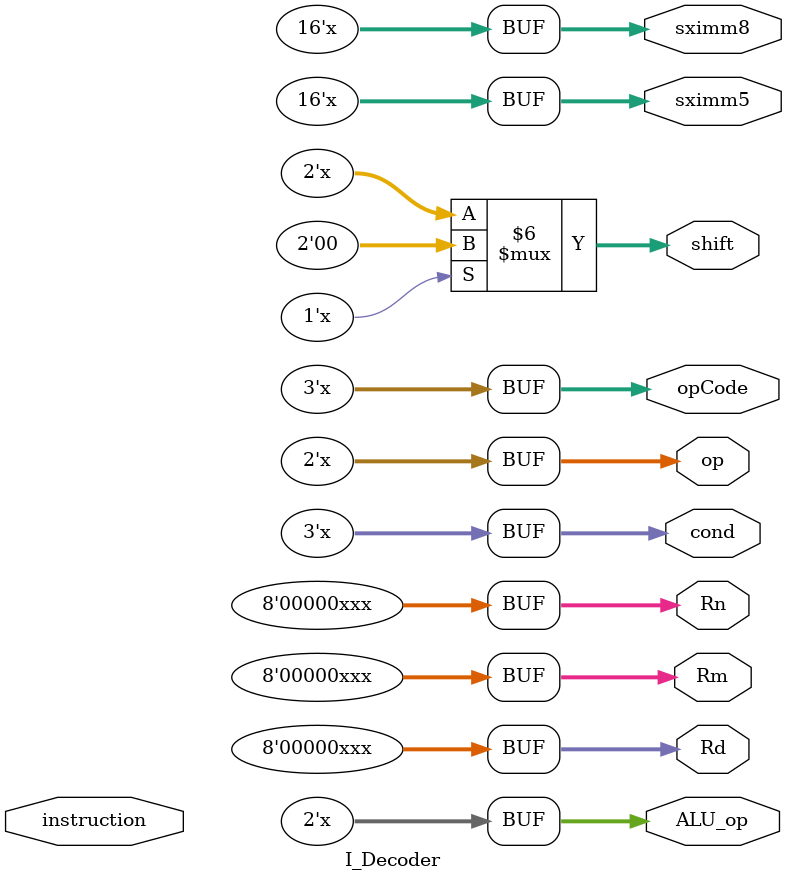
<source format=sv>
module I_Decoder(instruction, opCode, op, ALU_op, sximm5, sximm8, shift, Rd, Rn, Rm, cond); 
    parameter N_INSTR = 16; 
    parameter N_SIZE = 16; 
    parameter N_REGISTER = 8; 
    parameter N_NUMBERS = $clog2(N_REGISTER); 

    input logic [N_INSTR-1:0] instruction; 

    output logic [N_SIZE-1:0] sximm5;
    output logic [N_SIZE-1:0] sximm8; 

    output logic [N_REGISTER-1:0] Rd; 
    output logic [N_REGISTER-1:0] Rn; 
    output logic [N_REGISTER-1:0] Rm; 

    output logic [2:0] opCode; 
    output logic [2:0] cond; 

    output logic [1:0] op; 
    output logic [1:0] ALU_op;
    output logic [1:0] shift; 

    assign Rd = ({instructionReg[15:13], instructionReg[12:11]} == 5'b11010 || {instructionReg[15:13], instructionReg[12:11]} == 5'b01011) ? instructionReg[10:8] : instructionReg[7:5];
    assign Rn = instructionReg[10:8];
    assign Rm = instructionReg[2:0];

    assign cond = instructionReg[10:8];
    assign opCode = instructionReg[15:13];
    assign op = instructionReg[12:11];

    assign ALU_op = instructionReg[12:11];
    assign shift = {instructionReg[15:13]} == 3'b100 ? 2'b00 : instructionReg[4:3];

    assign sximm5 = {{11{instructionReg[4]}}, instructionReg[4:0]};
    assign sximm8 = {{8{instructionReg[7]}}, instructionReg[7:0]};

endmodule : I_Decoder 


</source>
